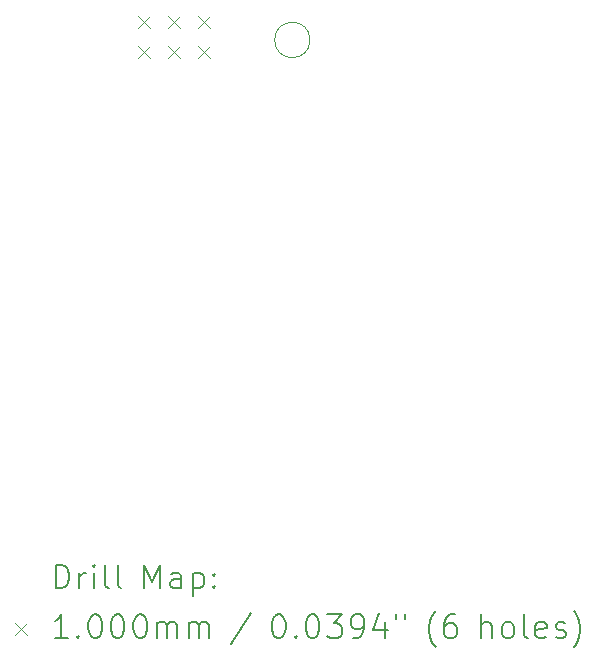
<source format=gbr>
%TF.GenerationSoftware,KiCad,Pcbnew,(7.0.0-0)*%
%TF.CreationDate,2023-07-23T12:51:36-06:00*%
%TF.ProjectId,SAO_pin,53414f5f-7069-46e2-9e6b-696361645f70,rev?*%
%TF.SameCoordinates,Original*%
%TF.FileFunction,Drillmap*%
%TF.FilePolarity,Positive*%
%FSLAX45Y45*%
G04 Gerber Fmt 4.5, Leading zero omitted, Abs format (unit mm)*
G04 Created by KiCad (PCBNEW (7.0.0-0)) date 2023-07-23 12:51:36*
%MOMM*%
%LPD*%
G01*
G04 APERTURE LIST*
%ADD10C,0.100000*%
%ADD11C,0.200000*%
G04 APERTURE END LIST*
D10*
X10450000Y-5350000D02*
G75*
G03*
X10450000Y-5350000I-150000J0D01*
G01*
D11*
D10*
X8992000Y-5150000D02*
X9092000Y-5250000D01*
X9092000Y-5150000D02*
X8992000Y-5250000D01*
X8992000Y-5404000D02*
X9092000Y-5504000D01*
X9092000Y-5404000D02*
X8992000Y-5504000D01*
X9246000Y-5150000D02*
X9346000Y-5250000D01*
X9346000Y-5150000D02*
X9246000Y-5250000D01*
X9246000Y-5404000D02*
X9346000Y-5504000D01*
X9346000Y-5404000D02*
X9246000Y-5504000D01*
X9500000Y-5150000D02*
X9600000Y-5250000D01*
X9600000Y-5150000D02*
X9500000Y-5250000D01*
X9500000Y-5404000D02*
X9600000Y-5504000D01*
X9600000Y-5404000D02*
X9500000Y-5504000D01*
D11*
X8297619Y-9993476D02*
X8297619Y-9793476D01*
X8297619Y-9793476D02*
X8345238Y-9793476D01*
X8345238Y-9793476D02*
X8373810Y-9803000D01*
X8373810Y-9803000D02*
X8392857Y-9822047D01*
X8392857Y-9822047D02*
X8402381Y-9841095D01*
X8402381Y-9841095D02*
X8411905Y-9879190D01*
X8411905Y-9879190D02*
X8411905Y-9907762D01*
X8411905Y-9907762D02*
X8402381Y-9945857D01*
X8402381Y-9945857D02*
X8392857Y-9964905D01*
X8392857Y-9964905D02*
X8373810Y-9983952D01*
X8373810Y-9983952D02*
X8345238Y-9993476D01*
X8345238Y-9993476D02*
X8297619Y-9993476D01*
X8497619Y-9993476D02*
X8497619Y-9860143D01*
X8497619Y-9898238D02*
X8507143Y-9879190D01*
X8507143Y-9879190D02*
X8516667Y-9869666D01*
X8516667Y-9869666D02*
X8535714Y-9860143D01*
X8535714Y-9860143D02*
X8554762Y-9860143D01*
X8621429Y-9993476D02*
X8621429Y-9860143D01*
X8621429Y-9793476D02*
X8611905Y-9803000D01*
X8611905Y-9803000D02*
X8621429Y-9812524D01*
X8621429Y-9812524D02*
X8630952Y-9803000D01*
X8630952Y-9803000D02*
X8621429Y-9793476D01*
X8621429Y-9793476D02*
X8621429Y-9812524D01*
X8745238Y-9993476D02*
X8726191Y-9983952D01*
X8726191Y-9983952D02*
X8716667Y-9964905D01*
X8716667Y-9964905D02*
X8716667Y-9793476D01*
X8850000Y-9993476D02*
X8830952Y-9983952D01*
X8830952Y-9983952D02*
X8821429Y-9964905D01*
X8821429Y-9964905D02*
X8821429Y-9793476D01*
X9046191Y-9993476D02*
X9046191Y-9793476D01*
X9046191Y-9793476D02*
X9112857Y-9936333D01*
X9112857Y-9936333D02*
X9179524Y-9793476D01*
X9179524Y-9793476D02*
X9179524Y-9993476D01*
X9360476Y-9993476D02*
X9360476Y-9888714D01*
X9360476Y-9888714D02*
X9350952Y-9869666D01*
X9350952Y-9869666D02*
X9331905Y-9860143D01*
X9331905Y-9860143D02*
X9293810Y-9860143D01*
X9293810Y-9860143D02*
X9274762Y-9869666D01*
X9360476Y-9983952D02*
X9341429Y-9993476D01*
X9341429Y-9993476D02*
X9293810Y-9993476D01*
X9293810Y-9993476D02*
X9274762Y-9983952D01*
X9274762Y-9983952D02*
X9265238Y-9964905D01*
X9265238Y-9964905D02*
X9265238Y-9945857D01*
X9265238Y-9945857D02*
X9274762Y-9926809D01*
X9274762Y-9926809D02*
X9293810Y-9917286D01*
X9293810Y-9917286D02*
X9341429Y-9917286D01*
X9341429Y-9917286D02*
X9360476Y-9907762D01*
X9455714Y-9860143D02*
X9455714Y-10060143D01*
X9455714Y-9869666D02*
X9474762Y-9860143D01*
X9474762Y-9860143D02*
X9512857Y-9860143D01*
X9512857Y-9860143D02*
X9531905Y-9869666D01*
X9531905Y-9869666D02*
X9541429Y-9879190D01*
X9541429Y-9879190D02*
X9550952Y-9898238D01*
X9550952Y-9898238D02*
X9550952Y-9955381D01*
X9550952Y-9955381D02*
X9541429Y-9974428D01*
X9541429Y-9974428D02*
X9531905Y-9983952D01*
X9531905Y-9983952D02*
X9512857Y-9993476D01*
X9512857Y-9993476D02*
X9474762Y-9993476D01*
X9474762Y-9993476D02*
X9455714Y-9983952D01*
X9636667Y-9974428D02*
X9646191Y-9983952D01*
X9646191Y-9983952D02*
X9636667Y-9993476D01*
X9636667Y-9993476D02*
X9627143Y-9983952D01*
X9627143Y-9983952D02*
X9636667Y-9974428D01*
X9636667Y-9974428D02*
X9636667Y-9993476D01*
X9636667Y-9869666D02*
X9646191Y-9879190D01*
X9646191Y-9879190D02*
X9636667Y-9888714D01*
X9636667Y-9888714D02*
X9627143Y-9879190D01*
X9627143Y-9879190D02*
X9636667Y-9869666D01*
X9636667Y-9869666D02*
X9636667Y-9888714D01*
D10*
X7950000Y-10290000D02*
X8050000Y-10390000D01*
X8050000Y-10290000D02*
X7950000Y-10390000D01*
D11*
X8402381Y-10413476D02*
X8288095Y-10413476D01*
X8345238Y-10413476D02*
X8345238Y-10213476D01*
X8345238Y-10213476D02*
X8326190Y-10242047D01*
X8326190Y-10242047D02*
X8307143Y-10261095D01*
X8307143Y-10261095D02*
X8288095Y-10270619D01*
X8488095Y-10394428D02*
X8497619Y-10403952D01*
X8497619Y-10403952D02*
X8488095Y-10413476D01*
X8488095Y-10413476D02*
X8478572Y-10403952D01*
X8478572Y-10403952D02*
X8488095Y-10394428D01*
X8488095Y-10394428D02*
X8488095Y-10413476D01*
X8621429Y-10213476D02*
X8640476Y-10213476D01*
X8640476Y-10213476D02*
X8659524Y-10223000D01*
X8659524Y-10223000D02*
X8669048Y-10232524D01*
X8669048Y-10232524D02*
X8678572Y-10251571D01*
X8678572Y-10251571D02*
X8688095Y-10289666D01*
X8688095Y-10289666D02*
X8688095Y-10337286D01*
X8688095Y-10337286D02*
X8678572Y-10375381D01*
X8678572Y-10375381D02*
X8669048Y-10394428D01*
X8669048Y-10394428D02*
X8659524Y-10403952D01*
X8659524Y-10403952D02*
X8640476Y-10413476D01*
X8640476Y-10413476D02*
X8621429Y-10413476D01*
X8621429Y-10413476D02*
X8602381Y-10403952D01*
X8602381Y-10403952D02*
X8592857Y-10394428D01*
X8592857Y-10394428D02*
X8583333Y-10375381D01*
X8583333Y-10375381D02*
X8573810Y-10337286D01*
X8573810Y-10337286D02*
X8573810Y-10289666D01*
X8573810Y-10289666D02*
X8583333Y-10251571D01*
X8583333Y-10251571D02*
X8592857Y-10232524D01*
X8592857Y-10232524D02*
X8602381Y-10223000D01*
X8602381Y-10223000D02*
X8621429Y-10213476D01*
X8811905Y-10213476D02*
X8830953Y-10213476D01*
X8830953Y-10213476D02*
X8850000Y-10223000D01*
X8850000Y-10223000D02*
X8859524Y-10232524D01*
X8859524Y-10232524D02*
X8869048Y-10251571D01*
X8869048Y-10251571D02*
X8878572Y-10289666D01*
X8878572Y-10289666D02*
X8878572Y-10337286D01*
X8878572Y-10337286D02*
X8869048Y-10375381D01*
X8869048Y-10375381D02*
X8859524Y-10394428D01*
X8859524Y-10394428D02*
X8850000Y-10403952D01*
X8850000Y-10403952D02*
X8830953Y-10413476D01*
X8830953Y-10413476D02*
X8811905Y-10413476D01*
X8811905Y-10413476D02*
X8792857Y-10403952D01*
X8792857Y-10403952D02*
X8783333Y-10394428D01*
X8783333Y-10394428D02*
X8773810Y-10375381D01*
X8773810Y-10375381D02*
X8764286Y-10337286D01*
X8764286Y-10337286D02*
X8764286Y-10289666D01*
X8764286Y-10289666D02*
X8773810Y-10251571D01*
X8773810Y-10251571D02*
X8783333Y-10232524D01*
X8783333Y-10232524D02*
X8792857Y-10223000D01*
X8792857Y-10223000D02*
X8811905Y-10213476D01*
X9002381Y-10213476D02*
X9021429Y-10213476D01*
X9021429Y-10213476D02*
X9040476Y-10223000D01*
X9040476Y-10223000D02*
X9050000Y-10232524D01*
X9050000Y-10232524D02*
X9059524Y-10251571D01*
X9059524Y-10251571D02*
X9069048Y-10289666D01*
X9069048Y-10289666D02*
X9069048Y-10337286D01*
X9069048Y-10337286D02*
X9059524Y-10375381D01*
X9059524Y-10375381D02*
X9050000Y-10394428D01*
X9050000Y-10394428D02*
X9040476Y-10403952D01*
X9040476Y-10403952D02*
X9021429Y-10413476D01*
X9021429Y-10413476D02*
X9002381Y-10413476D01*
X9002381Y-10413476D02*
X8983333Y-10403952D01*
X8983333Y-10403952D02*
X8973810Y-10394428D01*
X8973810Y-10394428D02*
X8964286Y-10375381D01*
X8964286Y-10375381D02*
X8954762Y-10337286D01*
X8954762Y-10337286D02*
X8954762Y-10289666D01*
X8954762Y-10289666D02*
X8964286Y-10251571D01*
X8964286Y-10251571D02*
X8973810Y-10232524D01*
X8973810Y-10232524D02*
X8983333Y-10223000D01*
X8983333Y-10223000D02*
X9002381Y-10213476D01*
X9154762Y-10413476D02*
X9154762Y-10280143D01*
X9154762Y-10299190D02*
X9164286Y-10289666D01*
X9164286Y-10289666D02*
X9183333Y-10280143D01*
X9183333Y-10280143D02*
X9211905Y-10280143D01*
X9211905Y-10280143D02*
X9230953Y-10289666D01*
X9230953Y-10289666D02*
X9240476Y-10308714D01*
X9240476Y-10308714D02*
X9240476Y-10413476D01*
X9240476Y-10308714D02*
X9250000Y-10289666D01*
X9250000Y-10289666D02*
X9269048Y-10280143D01*
X9269048Y-10280143D02*
X9297619Y-10280143D01*
X9297619Y-10280143D02*
X9316667Y-10289666D01*
X9316667Y-10289666D02*
X9326191Y-10308714D01*
X9326191Y-10308714D02*
X9326191Y-10413476D01*
X9421429Y-10413476D02*
X9421429Y-10280143D01*
X9421429Y-10299190D02*
X9430953Y-10289666D01*
X9430953Y-10289666D02*
X9450000Y-10280143D01*
X9450000Y-10280143D02*
X9478572Y-10280143D01*
X9478572Y-10280143D02*
X9497619Y-10289666D01*
X9497619Y-10289666D02*
X9507143Y-10308714D01*
X9507143Y-10308714D02*
X9507143Y-10413476D01*
X9507143Y-10308714D02*
X9516667Y-10289666D01*
X9516667Y-10289666D02*
X9535714Y-10280143D01*
X9535714Y-10280143D02*
X9564286Y-10280143D01*
X9564286Y-10280143D02*
X9583334Y-10289666D01*
X9583334Y-10289666D02*
X9592857Y-10308714D01*
X9592857Y-10308714D02*
X9592857Y-10413476D01*
X9950953Y-10203952D02*
X9779524Y-10461095D01*
X10175714Y-10213476D02*
X10194762Y-10213476D01*
X10194762Y-10213476D02*
X10213810Y-10223000D01*
X10213810Y-10223000D02*
X10223334Y-10232524D01*
X10223334Y-10232524D02*
X10232857Y-10251571D01*
X10232857Y-10251571D02*
X10242381Y-10289666D01*
X10242381Y-10289666D02*
X10242381Y-10337286D01*
X10242381Y-10337286D02*
X10232857Y-10375381D01*
X10232857Y-10375381D02*
X10223334Y-10394428D01*
X10223334Y-10394428D02*
X10213810Y-10403952D01*
X10213810Y-10403952D02*
X10194762Y-10413476D01*
X10194762Y-10413476D02*
X10175714Y-10413476D01*
X10175714Y-10413476D02*
X10156667Y-10403952D01*
X10156667Y-10403952D02*
X10147143Y-10394428D01*
X10147143Y-10394428D02*
X10137619Y-10375381D01*
X10137619Y-10375381D02*
X10128095Y-10337286D01*
X10128095Y-10337286D02*
X10128095Y-10289666D01*
X10128095Y-10289666D02*
X10137619Y-10251571D01*
X10137619Y-10251571D02*
X10147143Y-10232524D01*
X10147143Y-10232524D02*
X10156667Y-10223000D01*
X10156667Y-10223000D02*
X10175714Y-10213476D01*
X10328095Y-10394428D02*
X10337619Y-10403952D01*
X10337619Y-10403952D02*
X10328095Y-10413476D01*
X10328095Y-10413476D02*
X10318572Y-10403952D01*
X10318572Y-10403952D02*
X10328095Y-10394428D01*
X10328095Y-10394428D02*
X10328095Y-10413476D01*
X10461429Y-10213476D02*
X10480476Y-10213476D01*
X10480476Y-10213476D02*
X10499524Y-10223000D01*
X10499524Y-10223000D02*
X10509048Y-10232524D01*
X10509048Y-10232524D02*
X10518572Y-10251571D01*
X10518572Y-10251571D02*
X10528095Y-10289666D01*
X10528095Y-10289666D02*
X10528095Y-10337286D01*
X10528095Y-10337286D02*
X10518572Y-10375381D01*
X10518572Y-10375381D02*
X10509048Y-10394428D01*
X10509048Y-10394428D02*
X10499524Y-10403952D01*
X10499524Y-10403952D02*
X10480476Y-10413476D01*
X10480476Y-10413476D02*
X10461429Y-10413476D01*
X10461429Y-10413476D02*
X10442381Y-10403952D01*
X10442381Y-10403952D02*
X10432857Y-10394428D01*
X10432857Y-10394428D02*
X10423334Y-10375381D01*
X10423334Y-10375381D02*
X10413810Y-10337286D01*
X10413810Y-10337286D02*
X10413810Y-10289666D01*
X10413810Y-10289666D02*
X10423334Y-10251571D01*
X10423334Y-10251571D02*
X10432857Y-10232524D01*
X10432857Y-10232524D02*
X10442381Y-10223000D01*
X10442381Y-10223000D02*
X10461429Y-10213476D01*
X10594762Y-10213476D02*
X10718572Y-10213476D01*
X10718572Y-10213476D02*
X10651905Y-10289666D01*
X10651905Y-10289666D02*
X10680476Y-10289666D01*
X10680476Y-10289666D02*
X10699524Y-10299190D01*
X10699524Y-10299190D02*
X10709048Y-10308714D01*
X10709048Y-10308714D02*
X10718572Y-10327762D01*
X10718572Y-10327762D02*
X10718572Y-10375381D01*
X10718572Y-10375381D02*
X10709048Y-10394428D01*
X10709048Y-10394428D02*
X10699524Y-10403952D01*
X10699524Y-10403952D02*
X10680476Y-10413476D01*
X10680476Y-10413476D02*
X10623334Y-10413476D01*
X10623334Y-10413476D02*
X10604286Y-10403952D01*
X10604286Y-10403952D02*
X10594762Y-10394428D01*
X10813810Y-10413476D02*
X10851905Y-10413476D01*
X10851905Y-10413476D02*
X10870953Y-10403952D01*
X10870953Y-10403952D02*
X10880476Y-10394428D01*
X10880476Y-10394428D02*
X10899524Y-10365857D01*
X10899524Y-10365857D02*
X10909048Y-10327762D01*
X10909048Y-10327762D02*
X10909048Y-10251571D01*
X10909048Y-10251571D02*
X10899524Y-10232524D01*
X10899524Y-10232524D02*
X10890000Y-10223000D01*
X10890000Y-10223000D02*
X10870953Y-10213476D01*
X10870953Y-10213476D02*
X10832857Y-10213476D01*
X10832857Y-10213476D02*
X10813810Y-10223000D01*
X10813810Y-10223000D02*
X10804286Y-10232524D01*
X10804286Y-10232524D02*
X10794762Y-10251571D01*
X10794762Y-10251571D02*
X10794762Y-10299190D01*
X10794762Y-10299190D02*
X10804286Y-10318238D01*
X10804286Y-10318238D02*
X10813810Y-10327762D01*
X10813810Y-10327762D02*
X10832857Y-10337286D01*
X10832857Y-10337286D02*
X10870953Y-10337286D01*
X10870953Y-10337286D02*
X10890000Y-10327762D01*
X10890000Y-10327762D02*
X10899524Y-10318238D01*
X10899524Y-10318238D02*
X10909048Y-10299190D01*
X11080476Y-10280143D02*
X11080476Y-10413476D01*
X11032857Y-10203952D02*
X10985238Y-10346809D01*
X10985238Y-10346809D02*
X11109048Y-10346809D01*
X11175715Y-10213476D02*
X11175715Y-10251571D01*
X11251905Y-10213476D02*
X11251905Y-10251571D01*
X11514762Y-10489666D02*
X11505238Y-10480143D01*
X11505238Y-10480143D02*
X11486191Y-10451571D01*
X11486191Y-10451571D02*
X11476667Y-10432524D01*
X11476667Y-10432524D02*
X11467143Y-10403952D01*
X11467143Y-10403952D02*
X11457619Y-10356333D01*
X11457619Y-10356333D02*
X11457619Y-10318238D01*
X11457619Y-10318238D02*
X11467143Y-10270619D01*
X11467143Y-10270619D02*
X11476667Y-10242047D01*
X11476667Y-10242047D02*
X11486191Y-10223000D01*
X11486191Y-10223000D02*
X11505238Y-10194428D01*
X11505238Y-10194428D02*
X11514762Y-10184905D01*
X11676667Y-10213476D02*
X11638572Y-10213476D01*
X11638572Y-10213476D02*
X11619524Y-10223000D01*
X11619524Y-10223000D02*
X11610000Y-10232524D01*
X11610000Y-10232524D02*
X11590953Y-10261095D01*
X11590953Y-10261095D02*
X11581429Y-10299190D01*
X11581429Y-10299190D02*
X11581429Y-10375381D01*
X11581429Y-10375381D02*
X11590953Y-10394428D01*
X11590953Y-10394428D02*
X11600476Y-10403952D01*
X11600476Y-10403952D02*
X11619524Y-10413476D01*
X11619524Y-10413476D02*
X11657619Y-10413476D01*
X11657619Y-10413476D02*
X11676667Y-10403952D01*
X11676667Y-10403952D02*
X11686191Y-10394428D01*
X11686191Y-10394428D02*
X11695714Y-10375381D01*
X11695714Y-10375381D02*
X11695714Y-10327762D01*
X11695714Y-10327762D02*
X11686191Y-10308714D01*
X11686191Y-10308714D02*
X11676667Y-10299190D01*
X11676667Y-10299190D02*
X11657619Y-10289666D01*
X11657619Y-10289666D02*
X11619524Y-10289666D01*
X11619524Y-10289666D02*
X11600476Y-10299190D01*
X11600476Y-10299190D02*
X11590953Y-10308714D01*
X11590953Y-10308714D02*
X11581429Y-10327762D01*
X11901429Y-10413476D02*
X11901429Y-10213476D01*
X11987143Y-10413476D02*
X11987143Y-10308714D01*
X11987143Y-10308714D02*
X11977619Y-10289666D01*
X11977619Y-10289666D02*
X11958572Y-10280143D01*
X11958572Y-10280143D02*
X11930000Y-10280143D01*
X11930000Y-10280143D02*
X11910953Y-10289666D01*
X11910953Y-10289666D02*
X11901429Y-10299190D01*
X12110953Y-10413476D02*
X12091905Y-10403952D01*
X12091905Y-10403952D02*
X12082381Y-10394428D01*
X12082381Y-10394428D02*
X12072857Y-10375381D01*
X12072857Y-10375381D02*
X12072857Y-10318238D01*
X12072857Y-10318238D02*
X12082381Y-10299190D01*
X12082381Y-10299190D02*
X12091905Y-10289666D01*
X12091905Y-10289666D02*
X12110953Y-10280143D01*
X12110953Y-10280143D02*
X12139524Y-10280143D01*
X12139524Y-10280143D02*
X12158572Y-10289666D01*
X12158572Y-10289666D02*
X12168095Y-10299190D01*
X12168095Y-10299190D02*
X12177619Y-10318238D01*
X12177619Y-10318238D02*
X12177619Y-10375381D01*
X12177619Y-10375381D02*
X12168095Y-10394428D01*
X12168095Y-10394428D02*
X12158572Y-10403952D01*
X12158572Y-10403952D02*
X12139524Y-10413476D01*
X12139524Y-10413476D02*
X12110953Y-10413476D01*
X12291905Y-10413476D02*
X12272857Y-10403952D01*
X12272857Y-10403952D02*
X12263334Y-10384905D01*
X12263334Y-10384905D02*
X12263334Y-10213476D01*
X12444286Y-10403952D02*
X12425238Y-10413476D01*
X12425238Y-10413476D02*
X12387143Y-10413476D01*
X12387143Y-10413476D02*
X12368095Y-10403952D01*
X12368095Y-10403952D02*
X12358572Y-10384905D01*
X12358572Y-10384905D02*
X12358572Y-10308714D01*
X12358572Y-10308714D02*
X12368095Y-10289666D01*
X12368095Y-10289666D02*
X12387143Y-10280143D01*
X12387143Y-10280143D02*
X12425238Y-10280143D01*
X12425238Y-10280143D02*
X12444286Y-10289666D01*
X12444286Y-10289666D02*
X12453810Y-10308714D01*
X12453810Y-10308714D02*
X12453810Y-10327762D01*
X12453810Y-10327762D02*
X12358572Y-10346809D01*
X12530000Y-10403952D02*
X12549048Y-10413476D01*
X12549048Y-10413476D02*
X12587143Y-10413476D01*
X12587143Y-10413476D02*
X12606191Y-10403952D01*
X12606191Y-10403952D02*
X12615715Y-10384905D01*
X12615715Y-10384905D02*
X12615715Y-10375381D01*
X12615715Y-10375381D02*
X12606191Y-10356333D01*
X12606191Y-10356333D02*
X12587143Y-10346809D01*
X12587143Y-10346809D02*
X12558572Y-10346809D01*
X12558572Y-10346809D02*
X12539524Y-10337286D01*
X12539524Y-10337286D02*
X12530000Y-10318238D01*
X12530000Y-10318238D02*
X12530000Y-10308714D01*
X12530000Y-10308714D02*
X12539524Y-10289666D01*
X12539524Y-10289666D02*
X12558572Y-10280143D01*
X12558572Y-10280143D02*
X12587143Y-10280143D01*
X12587143Y-10280143D02*
X12606191Y-10289666D01*
X12682381Y-10489666D02*
X12691905Y-10480143D01*
X12691905Y-10480143D02*
X12710953Y-10451571D01*
X12710953Y-10451571D02*
X12720476Y-10432524D01*
X12720476Y-10432524D02*
X12730000Y-10403952D01*
X12730000Y-10403952D02*
X12739524Y-10356333D01*
X12739524Y-10356333D02*
X12739524Y-10318238D01*
X12739524Y-10318238D02*
X12730000Y-10270619D01*
X12730000Y-10270619D02*
X12720476Y-10242047D01*
X12720476Y-10242047D02*
X12710953Y-10223000D01*
X12710953Y-10223000D02*
X12691905Y-10194428D01*
X12691905Y-10194428D02*
X12682381Y-10184905D01*
M02*

</source>
